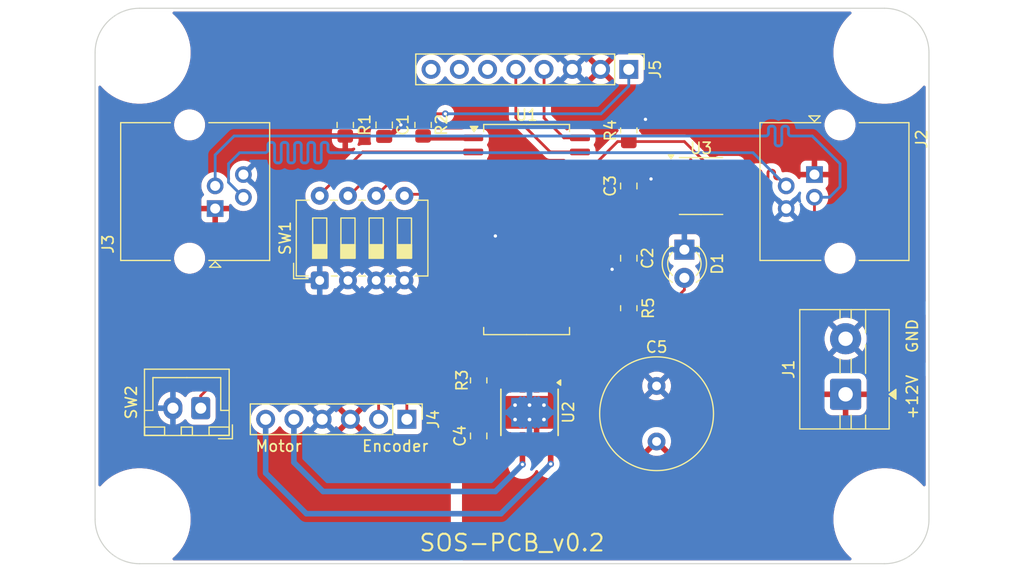
<source format=kicad_pcb>
(kicad_pcb (version 20241229) (generator "pcbnew") (generator_version "9.0")
  (title_block (title "SlidersOfSociety-PCB") (date "2025-07-12") (rev "v0.1") (company "OE1KHZ"))
  (layers (0 "F.Cu" signal) (2 "B.Cu" signal) (13 "F.Paste" user) (15 "B.Paste" user) (5 "F.SilkS" user "F.Silkscreen") (7 "B.SilkS" user "B.Silkscreen") (1 "F.Mask" user) (3 "B.Mask" user) (25 "Edge.Cuts" user))
  (net 0 "")
  (net 1 "Net-(D1-A)")
  (net 2 "GND")
  (net 3 "Net-(U3-CANL)")
  (net 4 "Net-(U3-CANH)")
  (net 5 "+5V")
  (net 6 "QE2")
  (net 7 "QE1")
  (net 9 "Net-(J5-Pin_1)")
  (net 10 "PGC")
  (net 13 "PGD")
  (net 14 "Net-(U1-VPP{slash}~{MCLR}{slash}RE3)")
  (net 15 "Net-(U2-ILIM)")
  (net 16 "/CANSTBY")
  (net 17 "Net-(U1-RA3)")
  (net 18 "Net-(U1-RA1)")
  (net 19 "Net-(U1-RA0)")
  (net 20 "Net-(U1-RA2)")
  (net 21 "Net-(SW2-A)")
  (net 23 "/CANRX")
  (net 29 "/MP2")
  (net 32 "/CANTX")
  (net 33 "/MP1")
  (net 34 "+12V")
  (net 36 "Net-(J4-Pin_6)")
  (net 37 "Net-(J4-Pin_5)")
  (net 38 "Net-(U1-RC6)")
  (footprint "Package_SO:Texas_HTSOP-8-1EP_3.9x4.9mm_P1.27mm_EP2.95x4.9mm_Mask2.4x3.1mm_ThermalVias" (layer "F.Cu") (at 139.07125 86.375 -90)
    (property "Reference" "U2" (at 0 -3.5 90) (layer "F.SilkS"))
    (property "Value" "DRV8871DDA")
    (pad "1" smd rect (at -2.875 -1.905 270) (size 2.2 0.5) (layers "F.Cu" "F.Mask" "F.Paste") (net 2 "GND"))
    (pad "2" smd rect (at -2.875 -0.635 270) (size 2.2 0.5) (layers "F.Cu" "F.Mask" "F.Paste") (net 29 "/MP2"))
    (pad "3" smd rect (at -2.875 0.635 270) (size 2.2 0.5) (layers "F.Cu" "F.Mask" "F.Paste") (net 33 "/MP1"))
    (pad "4" smd rect (at -2.875 1.905 270) (size 2.2 0.5) (layers "F.Cu" "F.Mask" "F.Paste") (net 15 "Net-(U2-ILIM)"))
    (pad "5" smd rect (at 2.875 1.905 270) (size 2.2 0.5) (layers "F.Cu" "F.Mask" "F.Paste") (net 34 "+12V"))
    (pad "6" smd rect (at 2.875 0.635 270) (size 2.2 0.5) (layers "F.Cu" "F.Mask" "F.Paste") (net 37 "Net-(J4-Pin_5)"))
    (pad "7" smd rect (at 2.875 -0.635 270) (size 2.2 0.5) (layers "F.Cu" "F.Mask" "F.Paste") (net 2 "GND"))
    (pad "8" smd rect (at 2.875 -1.905 270) (size 2.2 0.5) (layers "F.Cu" "F.Mask" "F.Paste") (net 36 "Net-(J4-Pin_6)"))
    (pad "9" thru_hole circle (at -0.65 -1.3 270) (size 0.63 0.63) (drill 0.33) (layers "*.Cu" "*.Mask") (net 2 "GND"))
    (pad "9" thru_hole circle (at -0.65 0 270) (size 0.63 0.63) (drill 0.33) (layers "*.Cu" "*.Mask") (net 2 "GND"))
    (pad "9" thru_hole circle (at -0.65 1.3 270) (size 0.63 0.63) (drill 0.33) (layers "*.Cu" "*.Mask") (net 2 "GND"))
    (pad "9" smd rect (at 0 0 270) (size 2.6 3.3) (layers "B.Cu") (net 2 "GND"))
    (pad "9" smd rect (at 0 0 270) (size 2.95 4.9) (layers "F.Cu") (net 2 "GND"))
    (pad "9" thru_hole circle (at 0.65 -1.3 270) (size 0.63 0.63) (drill 0.33) (layers "*.Cu" "*.Mask") (net 2 "GND"))
    (pad "9" thru_hole circle (at 0.65 0 270) (size 0.63 0.63) (drill 0.33) (layers "*.Cu" "*.Mask") (net 2 "GND"))
    (pad "9" thru_hole circle (at 0.65 1.3 270) (size 0.63 0.63) (drill 0.33) (layers "*.Cu" "*.Mask") (net 2 "GND"))
  )
  (footprint "Resistor_SMD:R_0805_2012Metric_Pad1.20x1.40mm_HandSolder" (layer "F.Cu") (at 134.5 83.5 -90)
    (property "Reference" "R3" (at 0 1.5 90) (layer "F.SilkS"))
    (property "Value" "56k")
    (pad "1" smd roundrect (at -1 0 270) (size 1.2 1.4) (layers "F.Cu" "F.Mask" "F.Paste") (roundrect_rratio 0.208333) (net 15 "Net-(U2-ILIM)"))
    (pad "2" smd roundrect (at 1 0 270) (size 1.2 1.4) (layers "F.Cu" "F.Mask" "F.Paste") (roundrect_rratio 0.208333) (net 2 "GND"))
  )
  (footprint "Resistor_SMD:R_0805_2012Metric_Pad1.20x1.40mm_HandSolder" (layer "F.Cu") (at 148 61 90)
    (property "Reference" "R4" (at 0 -1.65 90) (layer "F.SilkS"))
    (property "Value" "10k")
    (pad "1" smd roundrect (at -1 0 90) (size 1.2 1.4) (layers "F.Cu" "F.Mask" "F.Paste") (roundrect_rratio 0.208333) (net 16 "/CANSTBY"))
    (pad "2" smd roundrect (at 1 0 90) (size 1.2 1.4) (layers "F.Cu" "F.Mask" "F.Paste") (roundrect_rratio 0.208333) (net 2 "GND"))
  )
  (footprint "Package_SO:SOIC-8_3.9x4.9mm_P1.27mm" (layer "F.Cu") (at 154.5 66)
    (property "Reference" "U3" (at 0 -3.4 0) (layer "F.SilkS"))
    (property "Value" "MCP2561-E-SN")
    (pad "1" smd roundrect (at -2.475 -1.905) (size 1.95 0.6) (layers "F.Cu" "F.Mask" "F.Paste") (net 32 "/CANTX"))
    (pad "2" smd roundrect (at -2.475 -0.635) (size 1.95 0.6) (layers "F.Cu" "F.Mask" "F.Paste") (net 2 "GND"))
    (pad "3" smd roundrect (at -2.475 0.635) (size 1.95 0.6) (layers "F.Cu" "F.Mask" "F.Paste") (net 5 "+5V"))
    (pad "4" smd roundrect (at -2.475 1.905) (size 1.95 0.6) (layers "F.Cu" "F.Mask" "F.Paste") (net 23 "/CANRX"))
    (pad "5" smd roundrect (at 2.475 1.905) (size 1.95 0.6) (layers "F.Cu" "F.Mask" "F.Paste"))
    (pad "6" smd roundrect (at 2.475 0.635) (size 1.95 0.6) (layers "F.Cu" "F.Mask" "F.Paste") (net 3 "Net-(U3-CANL)"))
    (pad "7" smd roundrect (at 2.475 -0.635) (size 1.95 0.6) (layers "F.Cu" "F.Mask" "F.Paste") (net 4 "Net-(U3-CANH)"))
    (pad "8" smd roundrect (at 2.475 -1.905) (size 1.95 0.6) (layers "F.Cu" "F.Mask" "F.Paste") (net 16 "/CANSTBY"))
  )
  (footprint "MountingHole:MountingHole_3.2mm_M3_DIN965" (layer "F.Cu") (at 104 54)
    (property "Reference" "REF**" (hide yes))
    (property "Value" "MountingHole_3.2mm_M3_DIN965")
    (pad "" np_thru_hole circle (at 0 0) (size 3.2 3.2) (drill 3.2) (layers "*.Cu" "*.Mask"))
  )
  (footprint "LED_THT:LED_D3.0mm" (layer "F.Cu") (at 153 71.73 -90)
    (property "Reference" "D1" (at 1.27 -2.96 90) (layer "F.SilkS"))
    (property "Value" "LED")
    (pad "1" thru_hole rect (at 0 0 270) (size 1.8 1.8) (drill 0.9) (layers "*.Cu" "*.Mask") (net 2 "GND"))
    (pad "2" thru_hole circle (at 2.54 0 270) (size 1.8 1.8) (drill 0.9) (layers "*.Cu" "*.Mask") (net 1 "Net-(D1-A)"))
  )
  (footprint "Button_Switch_THT:SW_DIP_SPSTx04_Slide_6.7x11.72mm_W7.62mm_P2.54mm_LowProfile" (layer "F.Cu") (at 120.2025 74.5 90)
    (property "Reference" "SW1" (at 3.81 -3.11 90) (layer "F.SilkS"))
    (property "Value" "210-4MS")
    (pad "1" thru_hole roundrect (at 0 0 90) (size 1.6 1.6) (drill 0.8) (layers "*.Cu" "*.Mask") (roundrect_rratio 0.15625) (net 2 "GND"))
    (pad "2" thru_hole circle (at 0 2.54 90) (size 1.6 1.6) (drill 0.8) (layers "*.Cu" "*.Mask") (net 2 "GND"))
    (pad "3" thru_hole circle (at 0 5.08 90) (size 1.6 1.6) (drill 0.8) (layers "*.Cu" "*.Mask") (net 2 "GND"))
    (pad "4" thru_hole circle (at 0 7.62 90) (size 1.6 1.6) (drill 0.8) (layers "*.Cu" "*.Mask") (net 2 "GND"))
    (pad "5" thru_hole circle (at 7.62 7.62 90) (size 1.6 1.6) (drill 0.8) (layers "*.Cu" "*.Mask") (net 17 "Net-(U1-RA3)"))
    (pad "6" thru_hole circle (at 7.62 5.08 90) (size 1.6 1.6) (drill 0.8) (layers "*.Cu" "*.Mask") (net 20 "Net-(U1-RA2)"))
    (pad "7" thru_hole circle (at 7.62 2.54 90) (size 1.6 1.6) (drill 0.8) (layers "*.Cu" "*.Mask") (net 18 "Net-(U1-RA1)"))
    (pad "8" thru_hole circle (at 7.62 0 90) (size 1.6 1.6) (drill 0.8) (layers "*.Cu" "*.Mask") (net 19 "Net-(U1-RA0)"))
  )
  (footprint "Capacitor_SMD:C_0805_2012Metric_Pad1.18x1.45mm_HandSolder" (layer "F.Cu") (at 134.5 88.5 90)
    (property "Reference" "C4" (at 0 -1.68 90) (layer "F.SilkS"))
    (property "Value" "0.1uF")
    (pad "1" smd roundrect (at -1.0375 0 90) (size 1.175 1.45) (layers "F.Cu" "F.Mask" "F.Paste") (roundrect_rratio 0.212766) (net 34 "+12V"))
    (pad "2" smd roundrect (at 1.0375 0 90) (size 1.175 1.45) (layers "F.Cu" "F.Mask" "F.Paste") (roundrect_rratio 0.212766) (net 2 "GND"))
  )
  (footprint "Resistor_SMD:R_0805_2012Metric_Pad1.20x1.40mm_HandSolder" (layer "F.Cu") (at 148 77 90)
    (property "Reference" "R5" (at 0 1.75 90) (layer "F.SilkS"))
    (property "Value" "10k")
    (pad "1" smd roundrect (at -1 0 90) (size 1.2 1.4) (layers "F.Cu" "F.Mask" "F.Paste") (roundrect_rratio 0.208333) (net 1 "Net-(D1-A)"))
    (pad "2" smd roundrect (at 1 0 90) (size 1.2 1.4) (layers "F.Cu" "F.Mask" "F.Paste") (roundrect_rratio 0.208333) (net 38 "Net-(U1-RC6)"))
  )
  (footprint "Package_SO:SOIC-28W_7.5x18.7mm_P1.27mm" (layer "F.Cu") (at 138.81 69.92)
    (property "Reference" "U1" (at 0 -10.3 0) (layer "F.SilkS"))
    (property "Value" "PIC18F25K83-I/SO")
    (pad "1" smd roundrect (at -4.8 -8.255) (size 1.8 0.6) (layers "F.Cu" "F.Mask" "F.Paste") (net 14 "Net-(U1-VPP{slash}~{MCLR}{slash}RE3)"))
    (pad "2" smd roundrect (at -4.8 -6.985) (size 1.8 0.6) (layers "F.Cu" "F.Mask" "F.Paste") (net 19 "Net-(U1-RA0)"))
    (pad "3" smd roundrect (at -4.8 -5.715) (size 1.8 0.6) (layers "F.Cu" "F.Mask" "F.Paste") (net 18 "Net-(U1-RA1)"))
    (pad "4" smd roundrect (at -4.8 -4.445) (size 1.8 0.6) (layers "F.Cu" "F.Mask" "F.Paste") (net 20 "Net-(U1-RA2)"))
    (pad "5" smd roundrect (at -4.8 -3.175) (size 1.8 0.6) (layers "F.Cu" "F.Mask" "F.Paste") (net 17 "Net-(U1-RA3)"))
    (pad "6" smd roundrect (at -4.8 -1.905) (size 1.8 0.6) (layers "F.Cu" "F.Mask" "F.Paste"))
    (pad "7" smd roundrect (at -4.8 -0.635) (size 1.8 0.6) (layers "F.Cu" "F.Mask" "F.Paste"))
    (pad "8" smd roundrect (at -4.8 0.635) (size 1.8 0.6) (layers "F.Cu" "F.Mask" "F.Paste") (net 2 "GND"))
    (pad "9" smd roundrect (at -4.8 1.905) (size 1.8 0.6) (layers "F.Cu" "F.Mask" "F.Paste"))
    (pad "10" smd roundrect (at -4.8 3.175) (size 1.8 0.6) (layers "F.Cu" "F.Mask" "F.Paste"))
    (pad "11" smd roundrect (at -4.8 4.445) (size 1.8 0.6) (layers "F.Cu" "F.Mask" "F.Paste"))
    (pad "12" smd roundrect (at -4.8 5.715) (size 1.8 0.6) (layers "F.Cu" "F.Mask" "F.Paste") (net 21 "Net-(SW2-A)"))
    (pad "13" smd roundrect (at -4.8 6.985) (size 1.8 0.6) (layers "F.Cu" "F.Mask" "F.Paste") (net 6 "QE2"))
    (pad "14" smd roundrect (at -4.8 8.255) (size 1.8 0.6) (layers "F.Cu" "F.Mask" "F.Paste") (net 7 "QE1"))
    (pad "15" smd roundrect (at 4.8 8.255) (size 1.8 0.6) (layers "F.Cu" "F.Mask" "F.Paste") (net 29 "/MP2"))
    (pad "16" smd roundrect (at 4.8 6.985) (size 1.8 0.6) (layers "F.Cu" "F.Mask" "F.Paste") (net 33 "/MP1"))
    (pad "17" smd roundrect (at 4.8 5.715) (size 1.8 0.6) (layers "F.Cu" "F.Mask" "F.Paste") (net 38 "Net-(U1-RC6)"))
    (pad "18" smd roundrect (at 4.8 4.445) (size 1.8 0.6) (layers "F.Cu" "F.Mask" "F.Paste"))
    (pad "19" smd roundrect (at 4.8 3.175) (size 1.8 0.6) (layers "F.Cu" "F.Mask" "F.Paste") (net 2 "GND"))
    (pad "20" smd roundrect (at 4.8 1.905) (size 1.8 0.6) (layers "F.Cu" "F.Mask" "F.Paste") (net 5 "+5V"))
    (pad "21" smd roundrect (at 4.8 0.635) (size 1.8 0.6) (layers "F.Cu" "F.Mask" "F.Paste"))
    (pad "22" smd roundrect (at 4.8 -0.635) (size 1.8 0.6) (layers "F.Cu" "F.Mask" "F.Paste"))
    (pad "23" smd roundrect (at 4.8 -1.905) (size 1.8 0.6) (layers "F.Cu" "F.Mask" "F.Paste"))
    (pad "24" smd roundrect (at 4.8 -3.175) (size 1.8 0.6) (layers "F.Cu" "F.Mask" "F.Paste") (net 23 "/CANRX"))
    (pad "25" smd roundrect (at 4.8 -4.445) (size 1.8 0.6) (layers "F.Cu" "F.Mask" "F.Paste") (net 32 "/CANTX"))
    (pad "26" smd roundrect (at 4.8 -5.715) (size 1.8 0.6) (layers "F.Cu" "F.Mask" "F.Paste") (net 16 "/CANSTBY"))
    (pad "27" smd roundrect (at 4.8 -6.985) (size 1.8 0.6) (layers "F.Cu" "F.Mask" "F.Paste") (net 10 "PGC"))
    (pad "28" smd roundrect (at 4.8 -8.255) (size 1.8 0.6) (layers "F.Cu" "F.Mask" "F.Paste") (net 13 "PGD"))
  )
  (footprint "Connector_RJ:RJ14_Connfly_DS1133-S4_Horizontal" (layer "F.Cu") (at 164.7 64.97 -90)
    (property "Reference" "J2" (at -3.2 -9.64 90) (layer "F.SilkS"))
    (property "Value" "6P4C")
    (pad "" np_thru_hole circle (at -4.47 -2.3 90) (size 2.3 2.3) (drill 2.3) (layers "*.Cu" "*.Mask"))
    (pad "" np_thru_hole circle (at 7.53 -2.3 90) (size 2.3 2.3) (drill 2.3) (layers "*.Cu" "*.Mask"))
    (pad "1" thru_hole rect (at 0 0 90) (size 1.5 1.5) (drill 0.9) (layers "*.Cu" "*.Mask") (net 5 "+5V"))
    (pad "2" thru_hole circle (at 1.02 2.54 90) (size 1.5 1.5) (drill 0.9) (layers "*.Cu" "*.Mask") (net 4 "Net-(U3-CANH)"))
    (pad "3" thru_hole circle (at 2.04 0 90) (size 1.5 1.5) (drill 0.9) (layers "*.Cu" "*.Mask") (net 3 "Net-(U3-CANL)"))
    (pad "4" thru_hole circle (at 3.06 2.54 90) (size 1.5 1.5) (drill 0.9) (layers "*.Cu" "*.Mask") (net 2 "GND"))
  )
  (footprint "Resistor_SMD:R_0805_2012Metric_Pad1.20x1.40mm_HandSolder" (layer "F.Cu") (at 122.5 60.5 90)
    (property "Reference" "R1" (at 0 1.75 90) (layer "F.SilkS"))
    (property "Value" "10k")
    (pad "1" smd roundrect (at -1 0 90) (size 1.2 1.4) (layers "F.Cu" "F.Mask" "F.Paste") (roundrect_rratio 0.208333) (net 5 "+5V"))
    (pad "2" smd roundrect (at 1 0 90) (size 1.2 1.4) (layers "F.Cu" "F.Mask" "F.Paste") (roundrect_rratio 0.208333) (net 9 "Net-(J5-Pin_1)"))
  )
  (footprint "Connector_RJ:RJ14_Connfly_DS1133-S4_Horizontal" (layer "F.Cu") (at 110.8 68.03 90)
    (property "Reference" "J3" (at -3.2 -9.64 90) (layer "F.SilkS"))
    (property "Value" "6P4C")
    (pad "" np_thru_hole circle (at -4.47 -2.3 270) (size 2.3 2.3) (drill 2.3) (layers "*.Cu" "*.Mask"))
    (pad "" np_thru_hole circle (at 7.53 -2.3 270) (size 2.3 2.3) (drill 2.3) (layers "*.Cu" "*.Mask"))
    (pad "1" thru_hole rect (at 0 0 270) (size 1.5 1.5) (drill 0.9) (layers "*.Cu" "*.Mask") (net 5 "+5V"))
    (pad "2" thru_hole circle (at 1.02 2.54 270) (size 1.5 1.5) (drill 0.9) (layers "*.Cu" "*.Mask") (net 4 "Net-(U3-CANH)"))
    (pad "3" thru_hole circle (at 2.04 0 270) (size 1.5 1.5) (drill 0.9) (layers "*.Cu" "*.Mask") (net 3 "Net-(U3-CANL)"))
    (pad "4" thru_hole circle (at 3.06 2.54 270) (size 1.5 1.5) (drill 0.9) (layers "*.Cu" "*.Mask") (net 2 "GND"))
  )
  (footprint "MountingHole:MountingHole_3.2mm_M3_DIN965" (layer "F.Cu") (at 171 54)
    (property "Reference" "REF**" (hide yes))
    (property "Value" "MountingHole_3.2mm_M3_DIN965")
    (pad "" np_thru_hole circle (at 0 0) (size 3.2 3.2) (drill 3.2) (layers "*.Cu" "*.Mask"))
  )
  (footprint "MountingHole:MountingHole_3.2mm_M3_DIN965" (layer "F.Cu") (at 104 96)
    (property "Reference" "REF**" (hide yes))
    (property "Value" "MountingHole_3.2mm_M3_DIN965")
    (pad "" np_thru_hole circle (at 0 0) (size 3.2 3.2) (drill 3.2) (layers "*.Cu" "*.Mask"))
  )
  (footprint "Connector_PinHeader_2.54mm:PinHeader_1x08_P2.54mm_Vertical" (layer "F.Cu") (at 148 55.5 -90)
    (property "Reference" "J5" (at 0 -2.38 90) (layer "F.SilkS"))
    (property "Value" "Conn_01x08_Pin")
    (pad "1" thru_hole rect (at 0 0 270) (size 1.7 1.7) (drill 1) (layers "*.Cu" "*.Mask") (net 9 "Net-(J5-Pin_1)"))
    (pad "2" thru_hole circle (at 0 2.54 270) (size 1.7 1.7) (drill 1) (layers "*.Cu" "*.Mask") (net 5 "+5V"))
    (pad "3" thru_hole circle (at 0 5.08 270) (size 1.7 1.7) (drill 1) (layers "*.Cu" "*.Mask") (net 2 "GND"))
    (pad "4" thru_hole circle (at 0 7.62 270) (size 1.7 1.7) (drill 1) (layers "*.Cu" "*.Mask") (net 13 "PGD"))
    (pad "5" thru_hole circle (at 0 10.16 270) (size 1.7 1.7) (drill 1) (layers "*.Cu" "*.Mask") (net 10 "PGC"))
    (pad "6" thru_hole circle (at 0 12.7 270) (size 1.7 1.7) (drill 1) (layers "*.Cu" "*.Mask"))
    (pad "7" thru_hole circle (at 0 15.24 270) (size 1.7 1.7) (drill 1) (layers "*.Cu" "*.Mask"))
    (pad "8" thru_hole circle (at 0 17.78 270) (size 1.7 1.7) (drill 1) (layers "*.Cu" "*.Mask"))
  )
  (footprint "Connector_PinHeader_2.54mm:PinHeader_1x06_P2.54mm_Vertical" (layer "F.Cu") (at 128.04 87 -90)
    (property "Reference" "J4" (at 0 -2.38 90) (layer "F.SilkS"))
    (property "Value" "Conn_01x06_Pin")
    (pad "1" thru_hole rect (at 0 0 270) (size 1.7 1.7) (drill 1) (layers "*.Cu" "*.Mask") (net 7 "QE1"))
    (pad "2" thru_hole circle (at 0 2.54 270) (size 1.7 1.7) (drill 1) (layers "*.Cu" "*.Mask") (net 6 "QE2"))
    (pad "3" thru_hole circle (at 0 5.08 270) (size 1.7 1.7) (drill 1) (layers "*.Cu" "*.Mask") (net 5 "+5V"))
    (pad "4" thru_hole circle (at 0 7.62 270) (size 1.7 1.7) (drill 1) (layers "*.Cu" "*.Mask") (net 2 "GND"))
    (pad "5" thru_hole circle (at 0 10.16 270) (size 1.7 1.7) (drill 1) (layers "*.Cu" "*.Mask") (net 37 "Net-(J4-Pin_5)"))
    (pad "6" thru_hole circle (at 0 12.7 270) (size 1.7 1.7) (drill 1) (layers "*.Cu" "*.Mask") (net 36 "Net-(J4-Pin_6)"))
  )
  (footprint "Capacitor_SMD:C_0805_2012Metric_Pad1.18x1.45mm_HandSolder" (layer "F.Cu") (at 148 72.5 -90)
    (property "Reference" "C2" (at 0 -1.68 90) (layer "F.SilkS"))
    (property "Value" "1uF 20V")
    (pad "1" smd roundrect (at -1.0375 0 270) (size 1.175 1.45) (layers "F.Cu" "F.Mask" "F.Paste") (roundrect_rratio 0.212766) (net 5 "+5V"))
    (pad "2" smd roundrect (at 1.0375 0 270) (size 1.175 1.45) (layers "F.Cu" "F.Mask" "F.Paste") (roundrect_rratio 0.212766) (net 2 "GND"))
  )
  (footprint "MountingHole:MountingHole_3.2mm_M3_DIN965" (layer "F.Cu") (at 171 96)
    (property "Reference" "REF**" (hide yes))
    (property "Value" "MountingHole_3.2mm_M3_DIN965")
    (pad "" np_thru_hole circle (at 0 0) (size 3.2 3.2) (drill 3.2) (layers "*.Cu" "*.Mask"))
  )
  (footprint "Connector_JST:JST_XH_B2B-XH-A_1x02_P2.50mm_Vertical" (layer "F.Cu") (at 109.5 86 180)
    (property "Reference" "SW2" (at 6.25 0.525 90) (layer "F.SilkS"))
    (property "Value" "limit switch")
    (pad "1" thru_hole roundrect (at 0 0 180) (size 1.7 2) (drill 1) (layers "*.Cu" "*.Mask") (roundrect_rratio 0.147059) (net 21 "Net-(SW2-A)"))
    (pad "2" thru_hole oval (at 2.5 0 180) (size 1.7 2) (drill 1) (layers "*.Cu" "*.Mask") (net 2 "GND"))
  )
  (footprint "Resistor_SMD:R_0805_2012Metric_Pad1.20x1.40mm_HandSolder" (layer "F.Cu") (at 129.5 60.5 -90)
    (property "Reference" "R2" (at 0 -1.65 90) (layer "F.SilkS"))
    (property "Value" "100R")
    (pad "1" smd roundrect (at -1 0 270) (size 1.2 1.4) (layers "F.Cu" "F.Mask" "F.Paste") (roundrect_rratio 0.208333) (net 9 "Net-(J5-Pin_1)"))
    (pad "2" smd roundrect (at 1 0 270) (size 1.2 1.4) (layers "F.Cu" "F.Mask" "F.Paste") (roundrect_rratio 0.208333) (net 14 "Net-(U1-VPP{slash}~{MCLR}{slash}RE3)"))
  )
  (footprint "Capacitor_SMD:C_0805_2012Metric_Pad1.18x1.45mm_HandSolder" (layer "F.Cu") (at 126 60.5 -90)
    (property "Reference" "C1" (at 0 -1.68 90) (layer "F.SilkS"))
    (property "Value" "1uF 20V")
    (pad "1" smd roundrect (at -1.0375 0 270) (size 1.175 1.45) (layers "F.Cu" "F.Mask" "F.Paste") (roundrect_rratio 0.212766) (net 9 "Net-(J5-Pin_1)"))
    (pad "2" smd roundrect (at 1.0375 0 270) (size 1.175 1.45) (layers "F.Cu" "F.Mask" "F.Paste") (roundrect_rratio 0.212766) (net 2 "GND"))
  )
  (footprint "Capacitor_SMD:C_0805_2012Metric_Pad1.18x1.45mm_HandSolder" (layer "F.Cu") (at 148 66 90)
    (property "Reference" "C3" (at 0 -1.68 90) (layer "F.SilkS"))
    (property "Value" "0.1uF")
    (pad "1" smd roundrect (at -1.0375 0 90) (size 1.175 1.45) (layers "F.Cu" "F.Mask" "F.Paste") (roundrect_rratio 0.212766) (net 5 "+5V"))
    (pad "2" smd roundrect (at 1.0375 0 90) (size 1.175 1.45) (layers "F.Cu" "F.Mask" "F.Paste") (roundrect_rratio 0.212766) (net 2 "GND"))
  )
  (footprint "TerminalBlock:TerminalBlock_MaiXu_MX126-5.0-02P_1x02_P5.00mm" (layer "F.Cu") (at 167.5 84.75 90)
    (property "Reference" "J1" (at 2.25 -5.12 90) (layer "F.SilkS"))
    (property "Value" "Screw_Terminal_01x02")
    (pad "1" thru_hole roundrect (at 0 0 90) (size 2.8 2.8) (drill 1.3) (layers "*.Cu" "*.Mask") (roundrect_rratio 0.089286) (net 34 "+12V"))
    (pad "2" thru_hole circle (at 5 0 90) (size 2.8 2.8) (drill 1.3) (layers "*.Cu" "*.Mask") (net 2 "GND"))
  )
  (footprint "Capacitor_THT:C_Radial_D10.0mm_H12.5mm_P5.00mm" (layer "F.Cu") (at 150.5 89 90)
    (property "Reference" "C5" (at 8.5 0 180) (layer "F.SilkS"))
    (property "Value" "47uF")
    (pad "1" thru_hole circle (at 0 0 90) (size 1.6 1.6) (drill 0.8) (layers "*.Cu" "*.Mask") (net 34 "+12V"))
    (pad "2" thru_hole circle (at 5 0 90) (size 1.6 1.6) (drill 0.8) (layers "*.Cu" "*.Mask") (net 2 "GND"))
  )
  (gr_arc (start 171 50) (mid 173.828427 51.171573) (end 175 54) (stroke (width 0.1)) (layer "Edge.Cuts"))
  (gr_line (start 175 54) (end 175 96) (stroke (width 0.1)) (layer "Edge.Cuts"))
  (gr_arc (start 100 54) (mid 101.171573 51.171573) (end 104 50) (stroke (width 0.1)) (layer "Edge.Cuts"))
  (gr_arc (start 175 96) (mid 173.828427 98.828427) (end 171 100) (stroke (width 0.1)) (layer "Edge.Cuts"))
  (gr_line (start 104 50) (end 171 50) (stroke (width 0.1)) (layer "Edge.Cuts"))
  (gr_arc (start 104 100) (mid 101.171573 98.828427) (end 100 96) (stroke (width 0.1)) (layer "Edge.Cuts"))
  (gr_line (start 100 96) (end 100 54) (stroke (width 0.1)) (layer "Edge.Cuts"))
  (gr_line (start 171 100) (end 104 100) (stroke (width 0.1)) (layer "Edge.Cuts"))
  (gr_text "+12V" (at 173.5 85 90) (layer "F.SilkS") (effects (font (size 1 1))))
  (gr_text "SOS-PCB_v0.2" (at 137.5 99 0) (layer "F.SilkS") (effects (font (size 1.5 1.5) (thickness 0.1875)) (justify bottom)))
  (gr_text "GND" (at 173.5 79.5 90) (layer "F.SilkS") (effects (font (size 1 1))))
  (gr_text "Encoder" (at 127 90 0) (layer "F.SilkS") (effects (font (size 1 1)) (justify bottom)))
  (gr_text "Motor" (at 116.5 90 0) (layer "F.SilkS") (effects (font (size 1 1)) (justify bottom)))
  (segment (start 150.349993 78) (end 153 75.349993) (width 0.25) (layer "F.Cu") (net 1))
  (segment (start 153 75.349993) (end 153 74.27) (width 0.25) (layer "F.Cu") (net 1))
  (segment (start 148 78) (end 150.349993 78) (width 0.25) (layer "F.Cu") (net 1))
  (segment (start 137.33375 87.4625) (end 137.77125 87.025) (width 0.5) (layer "F.Cu") (net 2))
  (segment (start 127.5 60.5) (end 126.4625 61.5375) (width 0.5) (layer "F.Cu") (net 2))
  (segment (start 148 60) (end 149.5 60) (width 0.25) (layer "F.Cu") (net 2))
  (segment (start 146.095 73.095) (end 143.61 73.095) (width 0.5) (layer "F.Cu") (net 2))
  (segment (start 126.4625 61.5375) (end 126 61.5375) (width 0.5) (layer "F.Cu") (net 2))
  (segment (start 136 87.5) (end 134.70375 87.5) (width 1) (layer "F.Cu") (net 2))
  (segment (start 136.375 86.375) (end 134.5 84.5) (width 0.5) (layer "F.Cu") (net 2))
  (segment (start 136 70.5) (end 134.065 70.5) (width 0.5) (layer "F.Cu") (net 2))
  (segment (start 146.5 73.5) (end 146.095 73.095) (width 0.5) (layer "F.Cu") (net 2))
  (segment (start 146.5 73.5) (end 146.5375 73.5375) (width 0.5) (layer "F.Cu") (net 2))
  (segment (start 139.70625 89.25) (end 139.70625 87.01) (width 0.5) (layer "F.Cu") (net 2))
  (segment (start 150 65.365) (end 149.9025 65.365) (width 0.5) (layer "F.Cu") (net 2))
  (segment (start 150 65.365) (end 152.025 65.365) (width 0.5) (layer "F.Cu") (net 2))
  (segment (start 139.70625 87.01) (end 139.07125 86.375) (width 0.5) (layer "F.Cu") (net 2))
  (segment (start 140.97625 85.12) (end 140.97625 83.5) (width 0.5) (layer "F.Cu") (net 2))
  (segment (start 146.5375 73.5375) (end 148 73.5375) (width 0.5) (layer "F.Cu") (net 2))
  (segment (start 134.70375 87.5) (end 134.66625 87.4625) (width 1) (layer "F.Cu") (net 2))
  (segment (start 140.37125 85.725) (end 140.97625 85.12) (width 0.5) (layer "F.Cu") (net 2))
  (segment (start 149.9025 65.365) (end 149.5 64.9625) (width 0.5) (layer "F.Cu") (net 2))
  (segment (start 139.07125 86.375) (end 136.375 86.375) (width 0.5) (layer "F.Cu") (net 2))
  (segment (start 149.5 64.9625) (end 148 64.9625) (width 0.5) (layer "F.Cu") (net 2))
  (segment (start 137.77125 87.025) (end 136.475 87.025) (width 1) (layer "F.Cu") (net 2))
  (segment (start 134.065 70.5) (end 134.01 70.555) (width 0.5) (layer "F.Cu") (net 2))
  (segment (start 136.475 87.025) (end 136 87.5) (width 1) (layer "F.Cu") (net 2))
  (via (at 136 70.5) (size 0.6) (drill 0.3) (layers "F.Cu" "B.Cu") (net 2))
  (via (at 149.5 60) (size 0.6) (drill 0.3) (layers "F.Cu" "B.Cu") (net 2))
  (via (at 146.5 73.5) (size 0.6) (drill 0.3) (layers "F.Cu" "B.Cu") (net 2))
  (via (at 127.5 60.5) (size 0.6) (drill 0.3) (layers "F.Cu" "B.Cu") (net 2))
  (via (at 150 65.365) (size 0.6) (drill 0.3) (layers "F.Cu" "B.Cu") (net 2))
  (segment (start 156.975 66.635) (end 158.135 66.635) (width 0.25) (layer "F.Cu") (net 3))
  (segment (start 163.5 69.5) (end 164.7 68.3) (width 0.25) (layer "F.Cu") (net 3))
  (segment (start 161 69.5) (end 163.5 69.5) (width 0.25) (layer "F.Cu") (net 3))
  (segment (start 164.7 68.3) (end 164.7 67.01) (width 0.25) (layer "F.Cu") (net 3))
  (segment (start 158.135 66.635) (end 161 69.5) (width 0.25) (layer "F.Cu") (net 3))
  (segment (start 161.761031 60.850895) (end 161.761031 61.26) (width 0.25) (layer "B.Cu") (net 3))
  (segment (start 160.561031 60.850895) (end 160.561031 61.26) (width 0.25) (layer "B.Cu") (net 3))
  (segment (start 164.7 67.01) (end 166.060366 67.01) (width 0.25) (layer "B.Cu") (net 3))
  (segment (start 160.921031 60.610895) (end 160.801031 60.610895) (width 0.25) (layer "B.Cu") (net 3))
  (segment (start 160.321031 61.5) (end 160.201031 61.5) (width 0.25) (layer "B.Cu") (net 3))
  (segment (start 161.161031 62.149105) (end 161.161031 61.5) (width 0.25) (layer "B.Cu") (net 3))
  (segment (start 160.201031 61.5) (end 159.302704 61.5) (width 0.25) (layer "B.Cu") (net 3))
  (segment (start 112.5 61.5) (end 110.8 63.2) (width 0.25) (layer "B.Cu") (net 3))
  (segment (start 162.361031 61.26) (end 162.361031 60.850895) (width 0.25) (layer "B.Cu") (net 3))
  (segment (start 159.302704 61.5) (end 112.5 61.5) (width 0.25) (layer "B.Cu") (net 3))
  (segment (start 167 64) (end 164.5 61.5) (width 0.25) (layer "B.Cu") (net 3))
  (segment (start 162.121031 60.610895) (end 162.001031 60.610895) (width 0.25) (layer "B.Cu") (net 3))
  (segment (start 164.5 61.5) (end 162.601031 61.5) (width 0.25) (layer "B.Cu") (net 3))
  (segment (start 167 66.070366) (end 167 64) (width 0.25) (layer "B.Cu") (net 3))
  (segment (start 161.521031 62.389105) (end 161.401031 62.389105) (width 0.25) (layer "B.Cu") (net 3))
  (segment (start 161.761031 61.5) (end 161.761031 62.149105) (width 0.25) (layer "B.Cu") (net 3))
  (segment (start 166.060366 67.01) (end 167 66.070366) (width 0.25) (layer "B.Cu") (net 3))
  (segment (start 110.8 63.2) (end 110.8 65.99) (width 0.25) (layer "B.Cu") (net 3))
  (segment (start 161.161031 61.26) (end 161.161031 60.850895) (width 0.25) (layer "B.Cu") (net 3))
  (segment (start 161.161031 61.5) (end 161.161031 61.26) (width 0.25) (layer "B.Cu") (net 3))
  (segment (start 161.761031 61.26) (end 161.761031 61.5) (width 0.25) (layer "B.Cu") (net 3))
  (arc (start 161.161031 60.850895) (mid 161.090737 60.681189) (end 160.921031 60.610895) (width 0.25) (layer "B.Cu") (net 3))
  (arc (start 160.801031 60.610895) (mid 160.631325 60.681189) (end 160.561031 60.850895) (width 0.25) (layer "B.Cu") (net 3))
  (arc (start 161.401031 62.389105) (mid 161.231325 62.318811) (end 161.161031 62.149105) (width 0.25) (layer "B.Cu") (net 3))
  (arc (start 160.561031 61.26) (mid 160.490737 61.429706) (end 160.321031 61.5) (width 0.25) (layer "B.Cu") (net 3))
  (arc (start 162.361031 60.850895) (mid 162.290737 60.681189) (end 162.121031 60.610895) (width 0.25) (layer "B.Cu") (net 3))
  (arc (start 162.601031 61.5) (mid 162.431325 61.429706) (end 162.361031 61.26) (width 0.25) (layer "B.Cu") (net 3))
  (arc (start 162.001031 60.610895) (mid 161.831325 60.681189) (end 161.761031 60.850895) (width 0.25) (layer "B.Cu") (net 3))
  (arc (start 161.761031 62.149105) (mid 161.690737 62.318811) (end 161.521031 62.389105) (width 0.25) (layer "B.Cu") (net 3))
  (segment (start 158.3578 65.365) (end 157.495603 65.365) (width 0.25) (layer "F.Cu") (net 4))
  (segment (start 160.8778 64.579373) (end 160.7578 64.579373) (width 0.25) (layer "F.Cu") (net 4))
  (segment (start 160.5178 65.365) (end 160.5178 65.910627) (width 0.25) (layer "F.Cu") (net 4))
  (segment (start 162.16 65.99) (end 161.535 65.365) (width 0.25) (layer "F.Cu") (net 4))
  (segment (start 160.5178 64.819373) (end 160.5178 65.125) (width 0.25) (layer "F.Cu") (net 4))
  (segment (start 160.5178 65.125) (end 160.5178 65.365) (width 0.25) (layer "F.Cu") (net 4))
  (segment (start 159.0778 66.150638) (end 158.9578 66.150638) (width 0.25) (layer "F.Cu") (net 4))
  (segment (start 159.9178 65.365) (end 159.9178 64.819362) (width 0.25) (layer "F.Cu") (net 4))
  (segment (start 158.4778 65.365) (end 158.3578 65.365) (width 0.25) (layer "F.Cu") (net 4))
  (segment (start 159.9178 65.910627) (end 159.9178 65.365) (width 0.25) (layer "F.Cu") (net 4))
  (segment (start 161.535 65.365) (end 161.3578 65.365) (width 0.25) (layer "F.Cu") (net 4))
  (segment (start 160.2778 66.150627) (end 160.1578 66.150627) (width 0.25) (layer "F.Cu") (net 4))
  (segment (start 159.3178 65.605) (end 159.3178 65.910638) (width 0.25) (layer "F.Cu") (net 4))
  (segment (start 158.7178 65.910638) (end 158.7178 65.605) (width 0.25) (layer "F.Cu") (net 4))
  (segment (start 157.495603 65.365) (end 156.975 65.365) (width 0.25) (layer "F.Cu") (net 4))
  (segment (start 159.3178 64.819362) (end 159.3178 65.365) (width 0.25) (layer "F.Cu") (net 4))
  (segment (start 159.6778 64.579362) (end 159.5578 64.579362) (width 0.25) (layer "F.Cu") (net 4))
  (segment (start 161.1178 65.125) (end 161.1178 64.819373) (width 0.25) (layer "F.Cu") (net 4))
  (segment (start 159.3178 65.365) (end 159.3178 65.605) (width 0.25) (layer "F.Cu") (net 4))
  (arc (start 158.7178 65.605) (mid 158.647506 65.435294) (end 158.4778 65.365) (width 0.25) (layer "F.Cu") (net 4))
  (arc (start 158.9578 66.150638) (mid 158.788094 66.080344) (end 158.7178 65.910638) (width 0.25) (layer "F.Cu") (net 4))
  (arc (start 159.9178 64.819362) (mid 159.847506 64.649656) (end 159.6778 64.579362) (width 0.25) (layer "F.Cu") (net 4))
  (arc (start 159.3178 65.910638) (mid 159.247506 66.080344) (end 159.0778 66.150638) (width 0.25) (layer "F.Cu") (net 4))
  (arc (start 159.5578 64.579362) (mid 159.388094 64.649656) (end 159.3178 64.819362) (width 0.25) (layer "F.Cu") (net 4))
  (arc (start 160.1578 66.150627) (mid 159.988094 66.080333) (end 159.9178 65.910627) (width 0.25) (layer "F.Cu") (net 4))
  (arc (start 161.3578 65.365) (mid 161.188094 65.294706) (end 161.1178 65.125) (width 0.25) (layer "F.Cu") (net 4))
  (arc (start 160.5178 65.910627) (mid 160.447506 66.080333) (end 160.2778 66.150627) (width 0.25) (layer "F.Cu") (net 4))
  (arc (start 161.1178 64.819373) (mid 161.047506 64.649667) (end 160.8778 64.579373) (width 0.25) (layer "F.Cu") (net 4))
  (arc (start 160.7578 64.579373) (mid 160.588094 64.649667) (end 160.5178 64.819373) (width 0.25) (layer "F.Cu") (net 4))
  (segment (start 116.142847 62.76) (end 116.142847 63) (width 0.25) (layer "B.Cu") (net 4))
  (segment (start 118.542847 63) (end 118.542847 63.686848) (width 0.25) (layer "B.Cu") (net 4))
  (segment (start 118.542847 62.313152) (end 118.542847 63) (width 0.25) (layer "B.Cu") (net 4))
  (segment (start 120.582847 62.073147) (end 120.702847 62.073147) (width 0.25) (layer "B.Cu") (net 4))
  (segment (start 117.342847 62.313152) (end 117.342847 63) (width 0.25) (layer "B.Cu") (net 4))
  (segment (start 119.142847 63) (end 119.142847 62.31315) (width 0.25) (layer "B.Cu") (net 4))
  (segment (start 115.542847 62.76) (end 115.542847 62.313152) (width 0.25) (layer "B.Cu") (net 4))
  (segment (start 117.942847 63) (end 117.942847 62.313152) (width 0.25) (layer "B.Cu") (net 4))
  (segment (start 116.382847 63.926848) (end 116.502847 63.926848) (width 0.25) (layer "B.Cu") (net 4))
  (segment (start 121.302847 63) (end 122.439927 63) (width 0.25) (layer "B.Cu") (net 4))
  (segment (start 113.34 67.01) (end 112 65.67) (width 0.25) (layer "B.Cu") (net 4))
  (segment (start 119.982847 63.926848) (end 120.102847 63.926848) (width 0.25) (layer "B.Cu") (net 4))
  (segment (start 120.942847 62.313147) (end 120.942847 62.76) (width 0.25) (layer "B.Cu") (net 4))
  (segment (start 121.182847 63) (end 121.302847 63) (width 0.25) (layer "B.Cu") (net 4))
  (segment (start 120.342847 62.76) (end 120.342847 62.313147) (width 0.25) (layer "B.Cu") (net 4))
  (segment (start 116.142847 63) (end 116.142847 63.686848) (width 0.25) (layer "B.Cu") (net 4))
  (segment (start 118.182847 62.073152) (end 118.302847 62.073152) (width 0.25) (layer "B.Cu") (net 4))
  (segment (start 116.742847 63.686848) (end 116.742847 63) (width 0.25) (layer "B.Cu") (net 4))
  (segment (start 122.439927 63) (end 159.17 63) (width 0.25) (layer "B.Cu") (net 4))
  (segment (start 113 63) (end 115.302847 63) (width 0.25) (layer "B.Cu") (net 4))
  (segment (start 119.382847 62.07315) (end 119.502847 62.07315) (width 0.25) (layer "B.Cu") (net 4))
  (segment (start 118.782847 63.926848) (end 118.902847 63.926848) (width 0.25) (layer "B.Cu") (net 4))
  (segment (start 116.982847 62.073152) (end 117.102847 62.073152) (width 0.25) (layer "B.Cu") (net 4))
  (segment (start 112 65.67) (end 112 64) (width 0.25) (layer "B.Cu") (net 4))
  (segment (start 120.342847 63) (end 120.342847 62.76) (width 0.25) (layer "B.Cu") (net 4))
  (segment (start 117.342847 63) (end 117.342847 63.686848) (width 0.25) (layer "B.Cu") (net 4))
  (segment (start 119.742847 63) (end 119.742847 63.686848) (width 0.25) (layer "B.Cu") (net 4))
  (segment (start 117.582847 63.926848) (end 117.702847 63.926848) (width 0.25) (layer "B.Cu") (net 4))
  (segment (start 119.142847 63.686848) (end 119.142847 63) (width 0.25) (layer "B.Cu") (net 4))
  (segment (start 120.342847 63.686848) (end 120.342847 63) (width 0.25) (layer "B.Cu") (net 4))
  (segment (start 115.782847 62.073152) (end 115.902847 62.073152) (width 0.25) (layer "B.Cu") (net 4))
  (segment (start 117.942847 63.686848) (end 117.942847 63) (width 0.25) (layer "B.Cu") (net 4))
  (segment (start 119.742847 62.31315) (end 119.742847 63) (width 0.25) (layer "B.Cu") (net 4))
  (segment (start 116.142847 62.313152) (end 116.142847 62.76) (width 0.25) (layer "B.Cu") (net 4))
  (segment (start 116.742847 63) (end 116.742847 62.313152) (width 0.25) (layer "B.Cu") (net 4))
  (segment (start 112 64) (end 113 63) (width 0.25) (layer "B.Cu") (net 4))
  (segment (start 159.17 63) (end 162.16 65.99) (width 0.25) (layer "B.Cu") (net 4))
  (arc (start 116.142847 63.686848) (mid 116.213141 63.856554) (end 116.382847 63.926848) (width 0.25) (layer "B.Cu") (net 4))
  (arc (start 117.342847 63.686848) (mid 117.413141 63.856554) (end 117.582847 63.926848) (width 0.25) (layer "B.Cu") (net 4))
  (arc (start 120.942847 62.76) (mid 121.013141 62.929706) (end 121.182847 63) (width 0.25) (layer "B.Cu") (net 4))
  (arc (start 120.342847 62.313147) (mid 120.413141 62.143441) (end 120.582847 62.073147) (width 0.25) (layer "B.Cu") (net 4))
  (arc (start 118.902847 63.926848) (mid 119.072553 63.856554) (end 119.142847 63.686848) (width 0.25) (layer "B.Cu") (net 4))
  (arc (start 119.502847 62.07315) (mid 119.672553 62.143444) (end 119.742847 62.31315) (width 0.25) (layer "B.Cu") (net 4))
  (arc (start 120.102847 63.926848) (mid 120.272553 63.856554) (end 120.342847 63.686848) (width 0.25) (layer "B.Cu") (net 4))
  (arc (start 115.302847 63) (mid 115.472553 62.929706) (end 115.542847 62.76) (width 0.25) (layer "B.Cu") (net 4))
  (arc (start 119.742847 63.686848) (mid 119.813141 63.856554) (end 119.982847 63.926848) (width 0.25) (layer "B.Cu") (net 4))
  (arc (start 118.542847 63.686848) (mid 118.613141 63.856554) (end 118.782847 63.926848) (width 0.25) (layer "B.Cu") (net 4))
  (arc (start 120.702847 62.073147) (mid 120.872553 62.143441) (end 120.942847 62.313147) (width 0.25) (layer "B.Cu") (net 4))
  (arc (start 116.742847 62.313152) (mid 116.813141 62.143446) (end 116.982847 62.073152) (width 0.25) (layer "B.Cu") (net 4))
  (arc (start 117.102847 62.073152) (mid 117.272553 62.143446) (end 117.342847 62.313152) (width 0.25) (layer "B.Cu") (net 4))
  (arc (start 115.902847 62.073152) (mid 116.072553 62.143446) (end 116.142847 62.313152) (width 0.25) (layer "B.Cu") (net 4))
  (arc (start 116.502847 63.926848) (mid 116.672553 63.856554) (end 116.742847 63.686848) (width 0.25) (layer "B.Cu") (net 4))
  (arc (start 117.702847 63.926848) (mid 117.872553 63.856554) (end 117.942847 63.686848) (width 0.25) (layer "B.Cu") (net 4))
  (arc (start 115.542847 62.313152) (mid 115.613141 62.143446) (end 115.782847 62.073152) (width 0.25) (layer "B.Cu") (net 4))
  (arc (start 119.142847 62.31315) (mid 119.213141 62.143444) (end 119.382847 62.07315) (width 0.25) (layer "B.Cu") (net 4))
  (arc (start 118.302847 62.073152) (mid 118.472553 62.143446) (end 118.542847 62.313152) (width 0.25) (layer "B.Cu") (net 4))
  (arc (start 117.942847 62.313152) (mid 118.013141 62.143446) (end 118.182847 62.073152) (width 0.25) (layer "B.Cu") (net 4))
  (segment (start 143.61 71.825) (end 146.175 71.825) (width 0.5) (layer "F.Cu") (net 5))
  (segment (start 146.175 71.825) (end 146.5 71.5) (width 0.5) (layer "F.Cu") (net 5))
  (segment (start 149.9025 66.635) (end 152.025 66.635) (width 0.5) (layer "F.Cu") (net 5))
  (segment (start 149.5 67.0375) (end 148 67.0375) (width 0.5) (layer "F.Cu") (net 5))
  (segment (start 149.5 67.0375) (end 149.9025 66.635) (width 0.5) (layer "F.Cu") (net 5))
  (segment (start 146.5375 71.4625) (end 146.5 71.5) (width 0.5) (layer "F.Cu") (net 5))
  (segment (start 148 71.4625) (end 146.5375 71.4625) (width 0.5) (layer "F.Cu") (net 5))
  (segment (start 131.595 76.905) (end 125.5 83) (width 0.25) (layer "F.Cu") (net 6))
  (segment (start 134.01 76.905) (end 131.595 76.905) (width 0.25) (layer "F.Cu") (net 6))
  (segment (start 125.5 83) (end 125.5 87) (width 0.25) (layer "F.Cu") (net 6))
  (segment (start 128.04 82.46) (end 128.04 87) (width 0.25) (layer "F.Cu") (net 7))
  (segment (start 134.01 78.175) (end 132.325 78.175) (width 0.25) (layer "F.Cu") (net 7))
  (segment (start 132.325 78.175) (end 128.04 82.46) (width 0.25) (layer "F.Cu") (net 7))
  (segment (start 129.4625 59.4625) (end 129.5 59.5) (width 0.5) (layer "F.Cu") (net 9))
  (segment (start 122.5375 59.4625) (end 122.5 59.5) (width 0.5) (layer "F.Cu") (net 9))
  (segment (start 125.9625 59.5) (end 126 59.4625) (width 0.5) (layer "F.Cu") (net 9))
  (segment (start 126 59.4625) (end 129.4625 59.4625) (width 0.5) (layer "F.Cu") (net 9))
  (segment (start 131.5 59.5) (end 129.5 59.5) (width 0.25) (layer "F.Cu") (net 9))
  (segment (start 126 59.4625) (end 122.5375 59.4625) (width 0.5) (layer "F.Cu") (net 9))
  (via (at 131.5 59.5) (size 0.6) (drill 0.3) (layers "F.Cu" "B.Cu") (net 9))
  (segment (start 148 57) (end 145.5 59.5) (width 0.25) (layer "B.Cu") (net 9))
  (segment (start 148 55.5) (end 148 57) (width 0.25) (layer "B.Cu") (net 9))
  (segment (start 145.5 59.5) (end 131.5 59.5) (width 0.25) (layer "B.Cu") (net 9))
  (segment (start 140.935 62.935) (end 137.84 59.84) (width 0.25) (layer "F.Cu") (net 10))
  (segment (start 143.61 62.935) (end 140.935 62.935) (width 0.25) (layer "F.Cu") (net 10))
  (segment (start 137.84 59.84) (end 137.84 55.5) (width 0.25) (layer "F.Cu") (net 10))
  (segment (start 143.61 61.665) (end 142.165 61.665) (width 0.25) (layer "F.Cu") (net 13))
  (segment (start 142.165 61.665) (end 140.38 59.88) (width 0.25) (layer "F.Cu") (net 13))
  (segment (start 140.38 59.88) (end 140.38 55.5) (width 0.25) (layer "F.Cu") (net 13))
  (segment (start 134.01 61.665) (end 129.665 61.665) (width 0.5) (layer "F.Cu") (net 14))
  (segment (start 129.665 61.665) (end 129.5 61.5) (width 0.5) (layer "F.Cu") (net 14))
  (segment (start 137.16625 82.5) (end 137.16625 83.5) (width 0.25) (layer "F.Cu") (net 15))
  (segment (start 134.5 82.5) (end 137.16625 82.5) (width 0.25) (layer "F.Cu") (net 15))
  (segment (start 147 62) (end 148 62) (width 0.25) (layer "F.Cu") (net 16))
  (segment (start 153 62) (end 155.095 64.095) (width 0.25) (layer "F.Cu") (net 16))
  (segment (start 155.095 64.095) (end 156.975 64.095) (width 0.25) (layer "F.Cu") (net 16))
  (segment (start 144.795 64.205) (end 147 62) (width 0.25) (layer "F.Cu") (net 16))
  (segment (start 143.61 64.205) (end 144.795 64.205) (width 0.25) (layer "F.Cu") (net 16))
  (segment (start 148 62) (end 153 62) (width 0.25) (layer "F.Cu") (net 16))
  (segment (start 134.01 66.745) (end 127.9575 66.745) (width 0.25) (layer "F.Cu") (net 17))
  (segment (start 127.9575 66.745) (end 127.8225 66.88) (width 0.25) (layer "F.Cu") (net 17))
  (segment (start 122.85208 66.88) (end 122.7425 66.88) (width 0.25) (layer "F.Cu") (net 18))
  (segment (start 125.52708 64.205) (end 122.85208 66.88) (width 0.25) (layer "F.Cu") (net 18))
  (segment (start 134.01 64.205) (end 125.52708 64.205) (width 0.25) (layer "F.Cu") (net 18))
  (segment (start 134.01 62.935) (end 124.065 62.935) (width 0.25) (layer "F.Cu") (net 19))
  (segment (start 120.2025 66.7975) (end 120.2025 66.88) (width 0.25) (layer "F.Cu") (net 19))
  (segment (start 124.065 62.935) (end 120.2025 66.7975) (width 0.25) (layer "F.Cu") (net 19))
  (segment (start 125.815 66.96) (end 125.855 67) (width 0.25) (layer "F.Cu") (net 20))
  (segment (start 134.01 65.475) (end 126.6875 65.475) (width 0.25) (layer "F.Cu") (net 20))
  (segment (start 126.6875 65.475) (end 125.2825 66.88) (width 0.25) (layer "F.Cu") (net 20))
  (segment (start 130.865 75.635) (end 124 82.5) (width 0.25) (layer "F.Cu") (net 21))
  (segment (start 111.883516 82.5) (end 109.5 84.883516) (width 0.25) (layer "F.Cu") (net 21))
  (segment (start 134.01 75.635) (end 130.865 75.635) (width 0.25) (layer "F.Cu") (net 21))
  (segment (start 124 82.5) (end 111.883516 82.5) (width 0.25) (layer "F.Cu") (net 21))
  (segment (start 109.5 84.883516) (end 109.5 86) (width 0.25) (layer "F.Cu") (net 21))
  (segment (start 146.705 68.205) (end 149.795 68.205) (width 0.25) (layer "F.Cu") (net 23))
  (segment (start 150.095 67.905) (end 152.025 67.905) (width 0.25) (layer "F.Cu") (net 23))
  (segment (start 149.795 68.205) (end 150.095 67.905) (width 0.25) (layer "F.Cu") (net 23))
  (segment (start 143.61 66.745) (end 145.245 66.745) (width 0.25) (layer "F.Cu") (net 23))
  (segment (start 145.245 66.745) (end 146.705 68.205) (width 0.25) (layer "F.Cu") (net 23))
  (segment (start 139.70625 80.79375) (end 139.70625 83.5) (width 0.25) (layer "F.Cu") (net 29))
  (segment (start 142.325 78.175) (end 139.70625 80.79375) (width 0.25) (layer "F.Cu") (net 29))
  (segment (start 143.61 78.175) (end 142.325 78.175) (width 0.25) (layer "F.Cu") (net 29))
  (segment (start 143.61 65.475) (end 145.025 65.475) (width 0.25) (layer "F.Cu") (net 32))
  (segment (start 145.025 65.475) (end 146.704999 63.795001) (width 0.25) (layer "F.Cu") (net 32))
  (segment (start 149.747501 63.795001) (end 150.0475 64.095) (width 0.25) (layer "F.Cu") (net 32))
  (segment (start 146.704999 63.795001) (end 149.747501 63.795001) (width 0.25) (layer "F.Cu") (net 32))
  (segment (start 150.0475 64.095) (end 152.025 64.095) (width 0.25) (layer "F.Cu") (net 32))
  (segment (start 143.61 76.905) (end 141.595 76.905) (width 0.25) (layer "F.Cu") (net 33))
  (segment (start 138.43625 80.06375) (end 138.43625 83.5) (width 0.25) (layer "F.Cu") (net 33))
  (segment (start 141.595 76.905) (end 138.43625 80.06375) (width 0.25) (layer "F.Cu") (net 33))
  (segment (start 134.66625 89.5375) (end 136.87875 89.5375) (width 0.5) (layer "F.Cu") (net 34))
  (segment (start 136.87875 89.5375) (end 137.16625 89.25) (width 0.5) (layer "F.Cu") (net 34))
  (segment (start 140.97625 91.02375) (end 140.97625 89.25) (width 0.5) (layer "F.Cu") (net 36))
  (via (at 140.97625 91.02375) (size 0.6) (drill 0.3) (layers "F.Cu" "B.Cu") (net 36))
  (segment (start 119 95.5) (end 115.34 91.84) (width 0.5) (layer "B.Cu") (net 36))
  (segment (start 140.97625 91.02375) (end 136.5 95.5) (width 0.5) (layer "B.Cu") (net 36))
  (segment (start 115.34 91.84) (end 115.34 87) (width 0.5) (layer "B.Cu") (net 36))
  (segment (start 136.5 95.5) (end 119 95.5) (width 0.5) (layer "B.Cu") (net 36))
  (segment (start 138.43625 91.06375) (end 138.43625 89.25) (width 0.5) (layer "F.Cu") (net 37))
  (via (at 138.43625 91.06375) (size 0.6) (drill 0.3) (layers "F.Cu" "B.Cu") (net 37))
  (segment (start 117.88 90.88) (end 117.88 87) (width 0.5) (layer "B.Cu") (net 37))
  (segment (start 136 93.5) (end 120.5 93.5) (width 0.5) (layer "B.Cu") (net 37))
  (segment (start 138.43625 91.06375) (end 136 93.5) (width 0.5) (layer "B.Cu") (net 37))
  (segment (start 120.5 93.5) (end 117.88 90.88) (width 0.5) (layer "B.Cu") (net 37))
  (segment (start 147.635 75.635) (end 148 76) (width 0.25) (layer "F.Cu") (net 38))
  (segment (start 143.61 75.635) (end 147.635 75.635) (width 0.25) (layer "F.Cu") (net 38))
  (zone (net 5) (net_name "+5V") (layer "F.Cu") (priority 1) (connect_pads (clearance 0.5)) (min_thickness 0.25) (fill yes (thermal_gap 0.5) (thermal_bridge_width 0.5))
    (polygon (pts (xy 100 50) (xy 175 50) (xy 175 100) (xy 100 100)))
  )
  (zone (net 34) (net_name "+12V") (layer "F.Cu") (priority 2) (connect_pads (clearance 1)) (min_thickness 0.25) (fill yes (thermal_gap 0.5) (thermal_bridge_width 0.5))
    (polygon (pts (xy 175 100) (xy 133 100) (xy 133 88) (xy 159.5 88) (xy 165.5 82) (xy 175 82)))
  )
  (zone (net 2) (net_name "GND") (layer "F.Cu") (priority 2) (connect_pads thru_hole_only (clearance 1)) (min_thickness 0.25) (fill yes (thermal_gap 0.5) (thermal_bridge_width 0.5))
    (polygon (pts (xy 175 82) (xy 175 77.5) (xy 141 77.5) (xy 141 88) (xy 159.5 88) (xy 165.5 82)))
  )
  (zone (net 0) (net_name "") (layer "F.Cu") (connect_pads (clearance 0)) (min_thickness 0.25)
    (keepout (tracks allowed) (vias allowed) (pads allowed) (copperpour not_allowed) (footprints allowed))
    (fill (thermal_gap 0.5) (thermal_bridge_width 0.5))
    (polygon (pts (xy 145.5 64) (xy 150.75 64) (xy 150.75 68) (xy 146.25 68) (xy 145.5 67.25)))
  )
  (zone (net 2) (net_name "GND") (layer "B.Cu") (connect_pads (clearance 0.5)) (min_thickness 0.25) (fill yes (thermal_gap 0.5) (thermal_bridge_width 0.5))
    (polygon (pts (xy 100 50) (xy 175 50) (xy 175 100) (xy 100 100)))
  )
)
</source>
